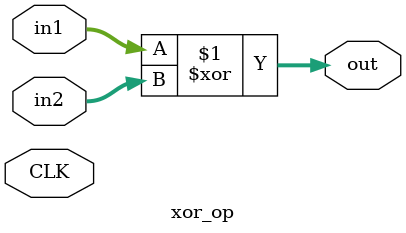
<source format=v>
module xor_op(out, CLK, in1, in2);
	input CLK;
	input [63:0] in1;
	input [63:0] in2;
	
	output reg [63:0] out;
	
	assign out = in1 ^ in2;
endmodule
</source>
